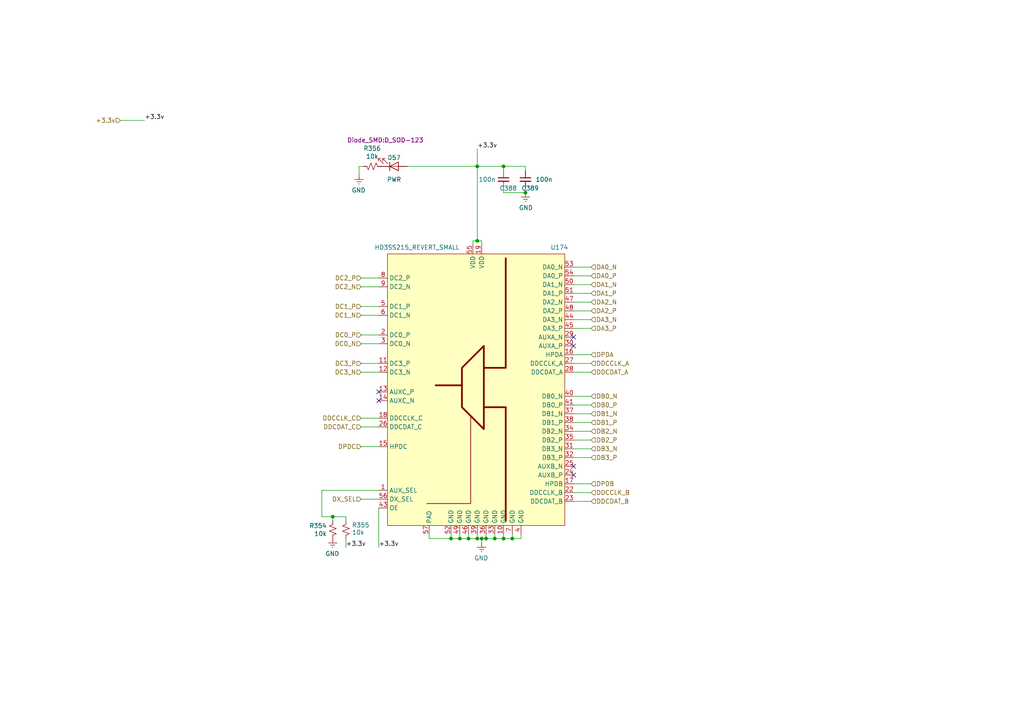
<source format=kicad_sch>
(kicad_sch (version 20210126) (generator eeschema)
  (paper "A4")
  (lib_symbols
    (symbol "DPSwitch-rescue:C_Small-device" (pin_numbers hide) (pin_names (offset 0.254) hide)
      (property "Reference" "C" (at 0.254 1.778 0))
      (property "Value" "C_Small-device" (at 0.254 -2.032 0))
      (symbol "C_Small-device_0_1"
        (polyline (pts (xy -1.524 -0.508) (xy 1.524 -0.508)) (stroke (width 0.3302)))
        (polyline (pts (xy -1.524 0.508) (xy 1.524 0.508)) (stroke (width 0.3048)))
      )
      (symbol "C_Small-device_1_1"
        (pin passive line (at 0 2.54 270) (length 2.032) (name "~") (number "1"))
        (pin passive line (at 0 -2.54 90) (length 2.032) (name "~") (number "2"))
      )
    )
    (symbol "DPSwitch-rescue:GND-visclib" (power) (pin_names (offset 0))
      (property "Value" "GND-visclib" (at 0 -3.81 0))
      (symbol "GND-visclib_0_1"
        (polyline (pts (xy -0.635 -1.905) (xy 0.635 -1.905)))
        (polyline (pts (xy -0.127 -2.54) (xy 0.127 -2.54)))
        (polyline (pts (xy 0 -1.27) (xy 0 0)))
        (polyline (pts (xy 1.27 -1.27) (xy -1.27 -1.27)))
      )
      (symbol "GND-visclib_1_1"
        (pin power_in line (at 0 0 270) (length 0) hide (name "GND") (number "1"))
      )
    )
    (symbol "DPSwitch-rescue:LED-device" (pin_numbers hide) (pin_names (offset 1.016) hide)
      (property "Reference" "D" (at 0 2.54 0))
      (property "Value" "LED-device" (at 0 -2.54 0))
      (symbol "LED-device_0_1"
        (polyline (pts (xy -1.27 -1.27) (xy -1.27 1.27)) (stroke (width 0.2032)))
        (polyline (pts (xy -1.27 0) (xy 1.27 0)))
        (polyline (pts (xy 1.27 -1.27) (xy 1.27 1.27) (xy -1.27 0) (xy 1.27 -1.27)) (stroke (width 0.2032)))
        (polyline (pts (xy -3.048 -0.762) (xy -4.572 -2.286) (xy -3.81 -2.286) (xy -4.572 -2.286) (xy -4.572 -1.524)))
        (polyline (pts (xy -1.778 -0.762) (xy -3.302 -2.286) (xy -2.54 -2.286) (xy -3.302 -2.286) (xy -3.302 -1.524)))
      )
      (symbol "LED-device_1_1"
        (pin passive line (at -3.81 0 0) (length 2.54) (name "K") (number "1"))
        (pin passive line (at 3.81 0 180) (length 2.54) (name "A") (number "2"))
      )
    )
    (symbol "DPSwitch-rescue:R_Small_US-device" (pin_numbers hide) (pin_names (offset 0.254) hide)
      (property "Reference" "R" (at 0.762 0.508 0))
      (property "Value" "R_Small_US-device" (at 0.762 -1.016 0))
      (symbol "R_Small_US-device_1_1"
        (polyline (pts (xy 0 0) (xy 1.016 -0.381) (xy 0 -0.762) (xy -1.016 -1.143) (xy 0 -1.524)))
        (polyline (pts (xy 0 1.524) (xy 1.016 1.143) (xy 0 0.762) (xy -1.016 0.381) (xy 0 0)))
        (pin passive line (at 0 2.54 270) (length 1.016) (name "~") (number "1"))
        (pin passive line (at 0 -2.54 90) (length 1.016) (name "~") (number "2"))
      )
    )
    (symbol "ioboard:HD3SS215_REVERT_SMALL"
      (property "Reference" "U" (at -23.495 40.005 0))
      (property "Value" "HD3SS215_REVERT_SMALL" (at 20.32 40.005 0))
      (symbol "HD3SS215_REVERT_SMALL_0_0"
        (pin bidirectional line (at -29.21 6.35 0) (length 2.54) (name "DC3_P") (number "11"))
        (pin bidirectional line (at -29.21 3.81 0) (length 2.54) (name "DC3_N") (number "12"))
        (pin bidirectional line (at -29.21 -1.905 0) (length 2.54) (name "AUXC_P") (number "13"))
        (pin bidirectional line (at -29.21 -4.445 0) (length 2.54) (name "AUXC_N") (number "14"))
        (pin bidirectional line (at -29.21 -17.78 0) (length 2.54) (name "HPDC") (number "15"))
        (pin bidirectional line (at 27.305 8.89 180) (length 2.54) (name "HPDA") (number "16"))
        (pin bidirectional line (at 27.305 -28.575 180) (length 2.54) (name "HPDB") (number "17"))
        (pin bidirectional line (at -29.21 -9.525 0) (length 2.54) (name "DDCCLK_C") (number "18"))
        (pin power_in line (at 0.635 40.64 270) (length 2.54) (name "VDD") (number "19"))
        (pin bidirectional line (at 27.305 -31.115 180) (length 2.54) (name "DDCCLK_B") (number "22"))
        (pin bidirectional line (at 27.305 -33.655 180) (length 2.54) (name "DDCDAT_B") (number "23"))
        (pin bidirectional line (at 27.305 -26.035 180) (length 2.54) (name "AUXB_P") (number "24"))
        (pin bidirectional line (at 27.305 -23.495 180) (length 2.54) (name "AUXB_N") (number "25"))
        (pin bidirectional line (at -29.21 -12.065 0) (length 2.54) (name "DDCDAT_C") (number "26"))
        (pin bidirectional line (at 27.305 6.35 180) (length 2.54) (name "DDCCLK_A") (number "27"))
        (pin bidirectional line (at 27.305 3.81 180) (length 2.54) (name "DDCDAT_A") (number "28"))
        (pin bidirectional line (at 27.305 13.97 180) (length 2.54) (name "AUXA_N") (number "29"))
        (pin bidirectional line (at 27.305 11.43 180) (length 2.54) (name "AUXA_P") (number "30"))
        (pin bidirectional line (at 27.305 -18.415 180) (length 2.54) (name "DB3_N") (number "31"))
        (pin bidirectional line (at 27.305 -20.955 180) (length 2.54) (name "DB3_P") (number "32"))
        (pin unspecified line (at 4.445 -43.18 90) (length 2.54) (name "GND") (number "33"))
        (pin bidirectional line (at 27.305 -13.335 180) (length 2.54) (name "DB2_N") (number "34"))
        (pin bidirectional line (at 27.305 -15.875 180) (length 2.54) (name "DB2_P") (number "35"))
        (pin unspecified line (at 1.905 -43.18 90) (length 2.54) (name "GND") (number "36"))
        (pin bidirectional line (at 27.305 -8.255 180) (length 2.54) (name "DB1_N") (number "37"))
        (pin bidirectional line (at 27.305 -10.795 180) (length 2.54) (name "DB1_P") (number "38"))
        (pin unspecified line (at -0.635 -43.18 90) (length 2.54) (name "GND") (number "39"))
        (pin bidirectional line (at 27.305 -3.175 180) (length 2.54) (name "DB0_N") (number "40"))
        (pin bidirectional line (at 27.305 -5.715 180) (length 2.54) (name "DB0_P") (number "41"))
        (pin input line (at -29.21 -35.56 0) (length 2.54) (name "OE") (number "43"))
        (pin bidirectional line (at 27.305 19.05 180) (length 2.54) (name "DA3_N") (number "44"))
        (pin bidirectional line (at 27.305 16.51 180) (length 2.54) (name "DA3_P") (number "45"))
        (pin unspecified line (at -3.175 -43.18 90) (length 2.54) (name "GND") (number "46"))
        (pin bidirectional line (at 27.305 24.13 180) (length 2.54) (name "DA2_N") (number "47"))
        (pin bidirectional line (at 27.305 21.59 180) (length 2.54) (name "DA2_P") (number "48"))
        (pin unspecified line (at -5.715 -43.18 90) (length 2.54) (name "GND") (number "49"))
        (pin bidirectional line (at 27.305 29.21 180) (length 2.54) (name "DA1_N") (number "50"))
        (pin bidirectional line (at 27.305 26.67 180) (length 2.54) (name "DA1_P") (number "51"))
        (pin unspecified line (at -8.255 -43.18 90) (length 2.54) (name "GND") (number "52"))
        (pin bidirectional line (at 27.305 34.29 180) (length 2.54) (name "DA0_N") (number "53"))
        (pin bidirectional line (at 27.305 31.75 180) (length 2.54) (name "DA0_P") (number "54"))
        (pin power_in line (at -1.905 40.64 270) (length 2.54) (name "VDD") (number "55"))
        (pin input line (at -29.21 -33.02 0) (length 2.54) (name "DX_SEL") (number "56"))
        (pin unspecified line (at -14.605 -43.18 90) (length 2.54) (name "PAD") (number "57"))
      )
      (symbol "HD3SS215_REVERT_SMALL_0_1"
        (rectangle (start -26.67 38.1) (end 24.765 -40.64) (fill (type background)))
        (polyline (pts (xy -5.08 0) (xy -12.7 0)) (stroke (width 0.508)))
        (polyline (pts (xy -2.54 -8.89) (xy -2.54 -34.29) (xy -15.24 -34.29)) (stroke (width 0.2032)))
        (polyline (pts (xy 1.27 -6.35) (xy 7.62 -6.35) (xy 7.62 -39.37)) (stroke (width 0.508)))
        (polyline (pts (xy 1.27 5.08) (xy 7.62 5.08) (xy 7.62 36.83)) (stroke (width 0.508)))
        (polyline (pts (xy 1.27 11.43) (xy 1.27 -12.7) (xy -5.08 -6.35) (xy -5.08 5.08) (xy 1.27 11.43)) (stroke (width 0.508)))
      )
      (symbol "HD3SS215_REVERT_SMALL_1_1"
        (pin input line (at -29.21 -30.48 0) (length 2.54) (name "AUX_SEL") (number "1"))
        (pin unspecified line (at 6.985 -43.18 90) (length 2.54) (name "GND") (number "10"))
        (pin bidirectional line (at -29.21 14.605 0) (length 2.54) (name "DC0_P") (number "2"))
        (pin bidirectional line (at -29.21 12.065 0) (length 2.54) (name "DC0_N") (number "3"))
        (pin unspecified line (at 12.065 -43.18 90) (length 2.54) (name "GND") (number "4"))
        (pin bidirectional line (at -29.21 22.86 0) (length 2.54) (name "DC1_P") (number "5"))
        (pin bidirectional line (at -29.21 20.32 0) (length 2.54) (name "DC1_N") (number "6"))
        (pin unspecified line (at 9.525 -43.18 90) (length 2.54) (name "GND") (number "7"))
        (pin bidirectional line (at -29.21 31.115 0) (length 2.54) (name "DC2_P") (number "8"))
        (pin bidirectional line (at -29.21 28.575 0) (length 2.54) (name "DC2_N") (number "9"))
      )
    )
  )
  (junction (at 96.52 149.86) (diameter 0.9144))
  (junction (at 130.81 156.21) (diameter 0.9144))
  (junction (at 133.35 156.21) (diameter 0.9144))
  (junction (at 135.89 156.21) (diameter 0.9144))
  (junction (at 138.43 48.26) (diameter 0.9144))
  (junction (at 138.43 69.85) (diameter 0.9144))
  (junction (at 138.43 156.21) (diameter 0.9144))
  (junction (at 139.7 156.21) (diameter 0.9144))
  (junction (at 140.97 156.21) (diameter 0.9144))
  (junction (at 143.51 156.21) (diameter 0.9144))
  (junction (at 146.05 48.26) (diameter 0.9144))
  (junction (at 146.05 156.21) (diameter 0.9144))
  (junction (at 148.59 156.21) (diameter 0.9144))
  (junction (at 152.4 55.88) (diameter 0.9144))
  (no_connect (at 109.855 113.665))
  (no_connect (at 109.855 116.205))
  (no_connect (at 166.37 97.79))
  (no_connect (at 166.37 100.33))
  (no_connect (at 166.37 135.255))
  (no_connect (at 166.37 137.795))
  (wire (pts (xy 34.925 34.925) (xy 41.91 34.925)))
  (wire (pts (xy 93.345 142.24) (xy 93.345 149.86)))
  (wire (pts (xy 93.345 142.24) (xy 109.855 142.24)))
  (wire (pts (xy 93.345 149.86) (xy 96.52 149.86)))
  (wire (pts (xy 96.52 149.86) (xy 100.33 149.86)))
  (wire (pts (xy 96.52 151.13) (xy 96.52 149.86)))
  (wire (pts (xy 100.33 149.86) (xy 100.33 151.13)))
  (wire (pts (xy 100.33 156.21) (xy 100.33 158.75)))
  (wire (pts (xy 104.14 48.26) (xy 105.41 48.26)))
  (wire (pts (xy 104.14 50.8) (xy 104.14 48.26)))
  (wire (pts (xy 104.775 80.645) (xy 109.855 80.645)))
  (wire (pts (xy 104.775 83.185) (xy 109.855 83.185)))
  (wire (pts (xy 104.775 88.9) (xy 109.855 88.9)))
  (wire (pts (xy 104.775 91.44) (xy 109.855 91.44)))
  (wire (pts (xy 104.775 97.155) (xy 109.855 97.155)))
  (wire (pts (xy 104.775 99.695) (xy 109.855 99.695)))
  (wire (pts (xy 104.775 105.41) (xy 109.855 105.41)))
  (wire (pts (xy 104.775 107.95) (xy 109.855 107.95)))
  (wire (pts (xy 104.775 121.285) (xy 109.855 121.285)))
  (wire (pts (xy 104.775 123.825) (xy 109.855 123.825)))
  (wire (pts (xy 104.775 129.54) (xy 109.855 129.54)))
  (wire (pts (xy 104.775 144.78) (xy 109.855 144.78)))
  (wire (pts (xy 109.855 158.75) (xy 109.855 147.32)))
  (wire (pts (xy 118.11 48.26) (xy 138.43 48.26)))
  (wire (pts (xy 124.46 156.21) (xy 124.46 154.94)))
  (wire (pts (xy 130.81 156.21) (xy 124.46 156.21)))
  (wire (pts (xy 130.81 156.21) (xy 130.81 154.94)))
  (wire (pts (xy 133.35 154.94) (xy 133.35 156.21)))
  (wire (pts (xy 133.35 156.21) (xy 130.81 156.21)))
  (wire (pts (xy 135.89 154.94) (xy 135.89 156.21)))
  (wire (pts (xy 135.89 156.21) (xy 133.35 156.21)))
  (wire (pts (xy 137.16 69.85) (xy 137.16 71.12)))
  (wire (pts (xy 137.16 69.85) (xy 138.43 69.85)))
  (wire (pts (xy 138.43 43.18) (xy 138.43 48.26)))
  (wire (pts (xy 138.43 48.26) (xy 138.43 69.85)))
  (wire (pts (xy 138.43 48.26) (xy 146.05 48.26)))
  (wire (pts (xy 138.43 69.85) (xy 139.7 69.85)))
  (wire (pts (xy 138.43 154.94) (xy 138.43 156.21)))
  (wire (pts (xy 138.43 156.21) (xy 135.89 156.21)))
  (wire (pts (xy 139.7 69.85) (xy 139.7 71.12)))
  (wire (pts (xy 139.7 156.21) (xy 138.43 156.21)))
  (wire (pts (xy 139.7 157.48) (xy 139.7 156.21)))
  (wire (pts (xy 140.97 154.94) (xy 140.97 156.21)))
  (wire (pts (xy 140.97 156.21) (xy 139.7 156.21)))
  (wire (pts (xy 143.51 154.94) (xy 143.51 156.21)))
  (wire (pts (xy 143.51 156.21) (xy 140.97 156.21)))
  (wire (pts (xy 146.05 48.26) (xy 152.4 48.26)))
  (wire (pts (xy 146.05 49.53) (xy 146.05 48.26)))
  (wire (pts (xy 146.05 54.61) (xy 146.05 55.88)))
  (wire (pts (xy 146.05 55.88) (xy 152.4 55.88)))
  (wire (pts (xy 146.05 154.94) (xy 146.05 156.21)))
  (wire (pts (xy 146.05 156.21) (xy 143.51 156.21)))
  (wire (pts (xy 148.59 154.94) (xy 148.59 156.21)))
  (wire (pts (xy 148.59 156.21) (xy 146.05 156.21)))
  (wire (pts (xy 151.13 154.94) (xy 151.13 156.21)))
  (wire (pts (xy 151.13 156.21) (xy 148.59 156.21)))
  (wire (pts (xy 152.4 49.53) (xy 152.4 48.26)))
  (wire (pts (xy 152.4 55.88) (xy 152.4 54.61)))
  (wire (pts (xy 171.45 77.47) (xy 166.37 77.47)))
  (wire (pts (xy 171.45 80.01) (xy 166.37 80.01)))
  (wire (pts (xy 171.45 82.55) (xy 166.37 82.55)))
  (wire (pts (xy 171.45 85.09) (xy 166.37 85.09)))
  (wire (pts (xy 171.45 87.63) (xy 166.37 87.63)))
  (wire (pts (xy 171.45 90.17) (xy 166.37 90.17)))
  (wire (pts (xy 171.45 92.71) (xy 166.37 92.71)))
  (wire (pts (xy 171.45 95.25) (xy 166.37 95.25)))
  (wire (pts (xy 171.45 102.87) (xy 166.37 102.87)))
  (wire (pts (xy 171.45 105.41) (xy 166.37 105.41)))
  (wire (pts (xy 171.45 107.95) (xy 166.37 107.95)))
  (wire (pts (xy 171.45 114.935) (xy 166.37 114.935)))
  (wire (pts (xy 171.45 117.475) (xy 166.37 117.475)))
  (wire (pts (xy 171.45 120.015) (xy 166.37 120.015)))
  (wire (pts (xy 171.45 122.555) (xy 166.37 122.555)))
  (wire (pts (xy 171.45 125.095) (xy 166.37 125.095)))
  (wire (pts (xy 171.45 127.635) (xy 166.37 127.635)))
  (wire (pts (xy 171.45 130.175) (xy 166.37 130.175)))
  (wire (pts (xy 171.45 132.715) (xy 166.37 132.715)))
  (wire (pts (xy 171.45 140.335) (xy 166.37 140.335)))
  (wire (pts (xy 171.45 142.875) (xy 166.37 142.875)))
  (wire (pts (xy 171.45 145.415) (xy 166.37 145.415)))
  (label "+3.3v" (at 41.91 34.925 0))
  (label "+3.3v" (at 100.33 158.75 0))
  (label "+3.3v" (at 109.855 158.75 0))
  (label "+3.3v" (at 138.43 43.18 0))
  (hierarchical_label "+3.3v" (shape input) (at 34.925 34.925 180))
  (hierarchical_label "DC2_P" (shape input) (at 104.775 80.645 180))
  (hierarchical_label "DC2_N" (shape input) (at 104.775 83.185 180))
  (hierarchical_label "DC1_P" (shape input) (at 104.775 88.9 180))
  (hierarchical_label "DC1_N" (shape input) (at 104.775 91.44 180))
  (hierarchical_label "DC0_P" (shape input) (at 104.775 97.155 180))
  (hierarchical_label "DC0_N" (shape input) (at 104.775 99.695 180))
  (hierarchical_label "DC3_P" (shape input) (at 104.775 105.41 180))
  (hierarchical_label "DC3_N" (shape input) (at 104.775 107.95 180))
  (hierarchical_label "DDCCLK_C" (shape input) (at 104.775 121.285 180))
  (hierarchical_label "DDCDAT_C" (shape input) (at 104.775 123.825 180))
  (hierarchical_label "DPDC" (shape input) (at 104.775 129.54 180))
  (hierarchical_label "DX_SEL" (shape input) (at 104.775 144.78 180))
  (hierarchical_label "DA0_N" (shape input) (at 171.45 77.47 0))
  (hierarchical_label "DA0_P" (shape input) (at 171.45 80.01 0))
  (hierarchical_label "DA1_N" (shape input) (at 171.45 82.55 0))
  (hierarchical_label "DA1_P" (shape input) (at 171.45 85.09 0))
  (hierarchical_label "DA2_N" (shape input) (at 171.45 87.63 0))
  (hierarchical_label "DA2_P" (shape input) (at 171.45 90.17 0))
  (hierarchical_label "DA3_N" (shape input) (at 171.45 92.71 0))
  (hierarchical_label "DA3_P" (shape input) (at 171.45 95.25 0))
  (hierarchical_label "DPDA" (shape input) (at 171.45 102.87 0))
  (hierarchical_label "DDCCLK_A" (shape input) (at 171.45 105.41 0))
  (hierarchical_label "DDCDAT_A" (shape input) (at 171.45 107.95 0))
  (hierarchical_label "DB0_N" (shape input) (at 171.45 114.935 0))
  (hierarchical_label "DB0_P" (shape input) (at 171.45 117.475 0))
  (hierarchical_label "DB1_N" (shape input) (at 171.45 120.015 0))
  (hierarchical_label "DB1_P" (shape input) (at 171.45 122.555 0))
  (hierarchical_label "DB2_N" (shape input) (at 171.45 125.095 0))
  (hierarchical_label "DB2_P" (shape input) (at 171.45 127.635 0))
  (hierarchical_label "DB3_N" (shape input) (at 171.45 130.175 0))
  (hierarchical_label "DB3_P" (shape input) (at 171.45 132.715 0))
  (hierarchical_label "DPDB" (shape input) (at 171.45 140.335 0))
  (hierarchical_label "DDCCLK_B" (shape input) (at 171.45 142.875 0))
  (hierarchical_label "DDCDAT_B" (shape input) (at 171.45 145.415 0))
  (symbol (lib_id "DPSwitch-rescue:GND-visclib") (at 96.52 156.21 0) (mirror y)
    (property "Reference" "#PWR0731" (effects hide))
    (property "Value" "GND" (at 96.393 160.6042 0))
  )
  (symbol (lib_id "DPSwitch-rescue:GND-visclib") (at 104.14 50.8 0) (mirror y)
    (property "Reference" "#PWR0732" (effects hide))
    (property "Value" "GND" (at 104.013 55.1942 0))
  )
  (symbol (lib_id "DPSwitch-rescue:GND-visclib") (at 139.7 157.48 0) (mirror y)
    (property "Reference" "#PWR0733" (effects hide))
    (property "Value" "GND" (at 139.573 161.8742 0))
  )
  (symbol (lib_id "DPSwitch-rescue:GND-visclib") (at 152.4 55.88 0)
    (property "Reference" "#PWR0734" (effects hide))
    (property "Value" "GND" (at 152.527 60.2742 0))
  )
  (symbol (lib_id "DPSwitch-rescue:R_Small_US-device") (at 96.52 153.67 0) (mirror y)
    (property "Reference" "R354" (at 94.7928 152.5016 0) (effects (justify left)))
    (property "Value" "10k" (at 94.7928 154.813 0) (effects (justify left)))
    (property "Footprint" "Resistor_SMD:R_0402_1005Metric" (effects hide))
  )
  (symbol (lib_id "DPSwitch-rescue:R_Small_US-device") (at 100.33 153.67 0) (mirror x)
    (property "Reference" "R355" (at 102.0572 152.2984 0) (effects (justify left)))
    (property "Value" "10k" (at 102.0572 154.432 0) (effects (justify left)))
    (property "Footprint" "Resistor_SMD:R_0402_1005Metric" (effects hide))
  )
  (symbol (lib_id "DPSwitch-rescue:R_Small_US-device") (at 107.95 48.26 90) (mirror x)
    (property "Reference" "R356" (at 107.95 43.053 90))
    (property "Value" "10k" (at 107.95 45.3644 90))
    (property "Footprint" "Resistor_SMD:R_0402_1005Metric" (effects hide))
  )
  (symbol (lib_id "DPSwitch-rescue:C_Small-device") (at 146.05 52.07 0) (mirror y)
    (property "Reference" "C388" (at 147.4216 54.61 0))
    (property "Value" "100n" (at 141.3002 52.07 0))
    (property "Footprint" "ioboard:CAPC1005X55N" (effects hide))
    (property "Datasheet" "https://search.murata.co.jp/Ceramy/image/img/A01X/G101/ENG/GRM155R71H104KE14-01.pdf" (effects hide))
    (property "Model" "GRM155R71H104KE14D" (effects hide))
  )
  (symbol (lib_id "DPSwitch-rescue:C_Small-device") (at 152.4 52.07 0) (mirror y)
    (property "Reference" "C389" (at 153.7716 54.61 0))
    (property "Value" "100n" (at 157.8102 52.07 0))
    (property "Footprint" "ioboard:CAPC1005X55N" (effects hide))
    (property "Datasheet" "https://search.murata.co.jp/Ceramy/image/img/A01X/G101/ENG/GRM155R71H104KE14-01.pdf" (effects hide))
    (property "Model" "GRM155R71H104KE14D" (effects hide))
  )
  (symbol (lib_id "DPSwitch-rescue:LED-device") (at 114.3 48.26 0) (mirror x)
    (property "Reference" "D57" (at 114.3 45.72 0))
    (property "Value" "PWR" (at 114.3 52.07 0))
    (property "Footprint" "Diode_SMD:D_SOD-123" (at 111.76 40.64 0))
  )
  (symbol (lib_id "ioboard:HD3SS215_REVERT_SMALL") (at 139.065 111.76 0)
    (property "Reference" "U174" (at 162.2425 71.755 0))
    (property "Value" "HD3SS215_REVERT_SMALL" (at 120.9675 71.755 0))
    (property "Footprint" "ioboard:VQFN-56_EP_7.8x7.8_Pitch0.5mm" (effects hide))
  )
)
</source>
